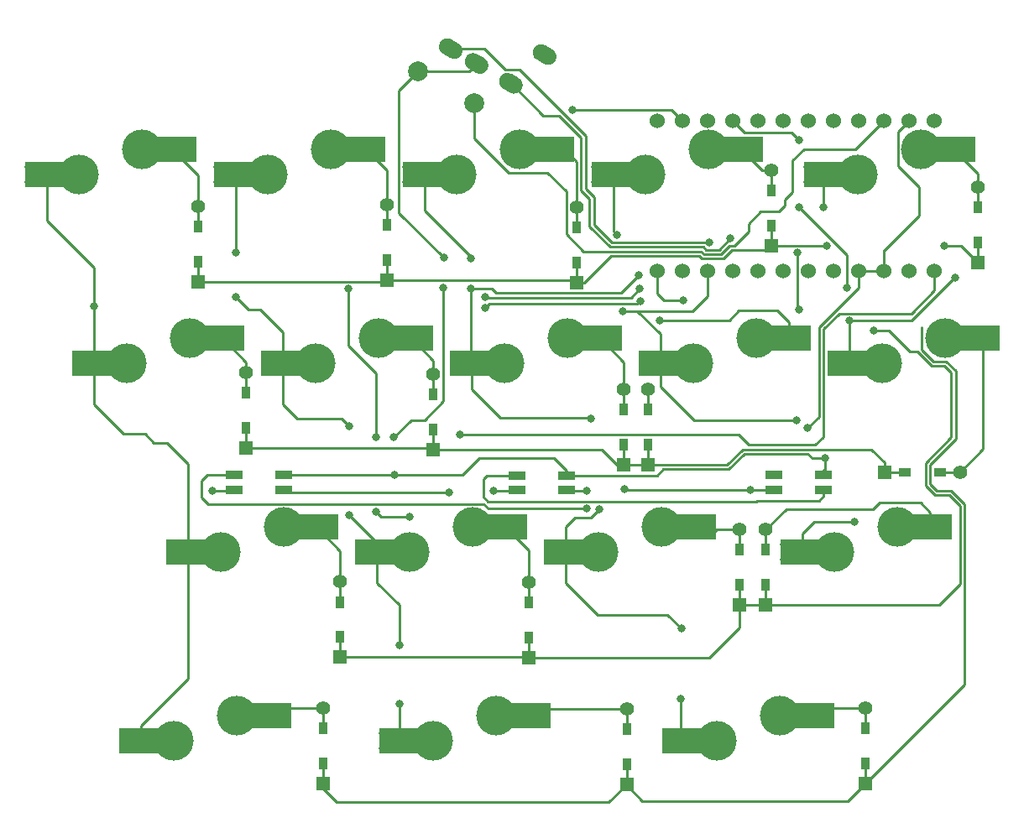
<source format=gbr>
G04 #@! TF.GenerationSoftware,KiCad,Pcbnew,(5.1.6-0-10_14)*
G04 #@! TF.CreationDate,2022-03-06T15:34:28+09:00*
G04 #@! TF.ProjectId,cool936,636f6f6c-3933-4362-9e6b-696361645f70,rev?*
G04 #@! TF.SameCoordinates,Original*
G04 #@! TF.FileFunction,Copper,L2,Bot*
G04 #@! TF.FilePolarity,Positive*
%FSLAX46Y46*%
G04 Gerber Fmt 4.6, Leading zero omitted, Abs format (unit mm)*
G04 Created by KiCad (PCBNEW (5.1.6-0-10_14)) date 2022-03-06 15:34:28*
%MOMM*%
%LPD*%
G01*
G04 APERTURE LIST*
G04 #@! TA.AperFunction,ComponentPad*
%ADD10C,1.524000*%
G04 #@! TD*
G04 #@! TA.AperFunction,Conductor*
%ADD11R,4.500000X2.500000*%
G04 #@! TD*
G04 #@! TA.AperFunction,ViaPad*
%ADD12C,0.800000*%
G04 #@! TD*
G04 #@! TA.AperFunction,ViaPad*
%ADD13C,4.000000*%
G04 #@! TD*
G04 #@! TA.AperFunction,SMDPad,CuDef*
%ADD14R,0.950000X1.300000*%
G04 #@! TD*
G04 #@! TA.AperFunction,ComponentPad*
%ADD15R,1.397000X1.397000*%
G04 #@! TD*
G04 #@! TA.AperFunction,ComponentPad*
%ADD16C,1.397000*%
G04 #@! TD*
G04 #@! TA.AperFunction,SMDPad,CuDef*
%ADD17R,1.300000X0.950000*%
G04 #@! TD*
G04 #@! TA.AperFunction,SMDPad,CuDef*
%ADD18R,1.800000X0.820000*%
G04 #@! TD*
G04 #@! TA.AperFunction,ComponentPad*
%ADD19C,2.000000*%
G04 #@! TD*
G04 #@! TA.AperFunction,Conductor*
%ADD20C,0.250000*%
G04 #@! TD*
G04 APERTURE END LIST*
D10*
X263438000Y-7201400D03*
X260898000Y-7201400D03*
X258358000Y-7201400D03*
X255818000Y-7201400D03*
X253278000Y-7201400D03*
X250738000Y-7201400D03*
X248198000Y-7201400D03*
X245658000Y-7201400D03*
X243118000Y-7201400D03*
X240578000Y-7201400D03*
X238038000Y-7201400D03*
X235498000Y-7201400D03*
X235498000Y8018600D03*
X238038000Y8018600D03*
X240578000Y8018600D03*
X243118000Y8018600D03*
X245658000Y8018600D03*
X248198000Y8018600D03*
X250738000Y8018600D03*
X253278000Y8018600D03*
X255818000Y8018600D03*
X258358000Y8018600D03*
X260898000Y8018600D03*
X263438000Y8018600D03*
D11*
X248729500Y-13970000D03*
X235802500Y-16510000D03*
D12*
X250507500Y-14732000D03*
X233997500Y-17272000D03*
X250507500Y-13208000D03*
X233997500Y-15748000D03*
D13*
X239077500Y-16510000D03*
X245427500Y-13970000D03*
D11*
X267779500Y-13970000D03*
X254852500Y-16510000D03*
D12*
X269557500Y-14732000D03*
X253047500Y-17272000D03*
X269557500Y-13208000D03*
X253047500Y-15748000D03*
D13*
X258127500Y-16510000D03*
X264477500Y-13970000D03*
D14*
X208240000Y-2515000D03*
X208240000Y-6065000D03*
D15*
X208240000Y-8100000D03*
D16*
X208240000Y-480000D03*
D14*
X227340000Y-2775000D03*
X227340000Y-6325000D03*
D15*
X227340000Y-8360000D03*
D16*
X227340000Y-740000D03*
D14*
X246980000Y985000D03*
X246980000Y-2565000D03*
D15*
X246980000Y-4600000D03*
D16*
X246980000Y3020000D03*
D14*
X189180000Y-2645000D03*
X189180000Y-6195000D03*
D15*
X189180000Y-8230000D03*
D16*
X189180000Y-610000D03*
D14*
X194010000Y-19445000D03*
X194010000Y-22995000D03*
D15*
X194010000Y-25030000D03*
D16*
X194010000Y-17410000D03*
D14*
X212880000Y-19635000D03*
X212880000Y-23185000D03*
D15*
X212880000Y-25220000D03*
D16*
X212880000Y-17600000D03*
D14*
X232080000Y-21165000D03*
X232080000Y-24715000D03*
D15*
X232080000Y-26750000D03*
D16*
X232080000Y-19130000D03*
D14*
X234570000Y-21145000D03*
X234570000Y-24695000D03*
D15*
X234570000Y-26730000D03*
D16*
X234570000Y-19110000D03*
D17*
X263965000Y-27450000D03*
X260415000Y-27450000D03*
D15*
X258380000Y-27450000D03*
D16*
X266000000Y-27450000D03*
D14*
X203500000Y-40565000D03*
X203500000Y-44115000D03*
D15*
X203500000Y-46150000D03*
D16*
X203500000Y-38530000D03*
D14*
X222500000Y-40595000D03*
X222500000Y-44145000D03*
D15*
X222500000Y-46180000D03*
D16*
X222500000Y-38560000D03*
D14*
X243780000Y-35275000D03*
X243780000Y-38825000D03*
D15*
X243780000Y-40860000D03*
D16*
X243780000Y-33240000D03*
D14*
X201760000Y-53315000D03*
X201760000Y-56865000D03*
D15*
X201760000Y-58900000D03*
D16*
X201760000Y-51280000D03*
D14*
X267830000Y-705000D03*
X267830000Y-4255000D03*
D15*
X267830000Y-6290000D03*
D16*
X267830000Y1330000D03*
D14*
X256480000Y-53300000D03*
X256480000Y-56850000D03*
D15*
X256480000Y-58885000D03*
D16*
X256480000Y-51265000D03*
D14*
X246430000Y-35275000D03*
X246430000Y-38825000D03*
D15*
X246430000Y-40860000D03*
D16*
X246430000Y-33240000D03*
D11*
X263017500Y-33020000D03*
X250090500Y-35560000D03*
D12*
X264795500Y-33782000D03*
X248285500Y-36322000D03*
X264795500Y-32258000D03*
X248285500Y-34798000D03*
D13*
X253365500Y-35560000D03*
X259715500Y-33020000D03*
D11*
X222536000Y-52070000D03*
X209609000Y-54610000D03*
D12*
X224314000Y-52832000D03*
X207804000Y-55372000D03*
X224314000Y-51308000D03*
X207804000Y-53848000D03*
D13*
X212884000Y-54610000D03*
X219234000Y-52070000D03*
G04 #@! TA.AperFunction,ComponentPad*
G36*
G01*
X224187690Y15604775D02*
X224880510Y15204775D01*
G75*
G02*
X225191632Y14043653I-425000J-736122D01*
G01*
X225191632Y14043653D01*
G75*
G02*
X224030510Y13732531I-736122J425000D01*
G01*
X223337690Y14132531D01*
G75*
G02*
X223026568Y15293653I425000J736122D01*
G01*
X223026568Y15293653D01*
G75*
G02*
X224187690Y15604775I736122J-425000D01*
G01*
G37*
G04 #@! TD.AperFunction*
G04 #@! TA.AperFunction,ComponentPad*
G36*
G01*
X220788652Y12717469D02*
X221481472Y12317469D01*
G75*
G02*
X221792594Y11156347I-425000J-736122D01*
G01*
X221792594Y11156347D01*
G75*
G02*
X220631472Y10845225I-736122J425000D01*
G01*
X219938652Y11245225D01*
G75*
G02*
X219627530Y12406347I425000J736122D01*
G01*
X219627530Y12406347D01*
G75*
G02*
X220788652Y12717469I736122J-425000D01*
G01*
G37*
G04 #@! TD.AperFunction*
G04 #@! TA.AperFunction,ComponentPad*
G36*
G01*
X217324550Y14717469D02*
X218017370Y14317469D01*
G75*
G02*
X218328492Y13156347I-425000J-736122D01*
G01*
X218328492Y13156347D01*
G75*
G02*
X217167370Y12845225I-736122J425000D01*
G01*
X216474550Y13245225D01*
G75*
G02*
X216163428Y14406347I425000J736122D01*
G01*
X216163428Y14406347D01*
G75*
G02*
X217324550Y14717469I736122J-425000D01*
G01*
G37*
G04 #@! TD.AperFunction*
G04 #@! TA.AperFunction,ComponentPad*
G36*
G01*
X214726474Y16217469D02*
X215419294Y15817469D01*
G75*
G02*
X215730416Y14656347I-425000J-736122D01*
G01*
X215730416Y14656347D01*
G75*
G02*
X214569294Y14345225I-736122J425000D01*
G01*
X213876474Y14745225D01*
G75*
G02*
X213565352Y15906347I425000J736122D01*
G01*
X213565352Y15906347D01*
G75*
G02*
X214726474Y16217469I736122J-425000D01*
G01*
G37*
G04 #@! TD.AperFunction*
D18*
X197770000Y-29230000D03*
X197770000Y-27730000D03*
X192770000Y-27730000D03*
X192770000Y-29230000D03*
X221320000Y-29290000D03*
X221320000Y-27790000D03*
X226320000Y-27790000D03*
X226320000Y-29290000D03*
X252270000Y-29230000D03*
X252270000Y-27730000D03*
X247270000Y-27730000D03*
X247270000Y-29230000D03*
D19*
X217014583Y9775000D03*
X211385417Y13025000D03*
D11*
X201104500Y-33020000D03*
X188177500Y-35560000D03*
D12*
X202882500Y-33782000D03*
X186372500Y-36322000D03*
X202882500Y-32258000D03*
X186372500Y-34798000D03*
D13*
X191452500Y-35560000D03*
X197802500Y-33020000D03*
D11*
X220154500Y-33020000D03*
X207227500Y-35560000D03*
D12*
X221932500Y-33782000D03*
X205422500Y-36322000D03*
X221932500Y-32258000D03*
X205422500Y-34798000D03*
D13*
X210502500Y-35560000D03*
X216852500Y-33020000D03*
D11*
X239204500Y-33020000D03*
X226277500Y-35560000D03*
D12*
X240982500Y-33782000D03*
X224472500Y-36322000D03*
X240982500Y-32258000D03*
X224472500Y-34798000D03*
D13*
X229552500Y-35560000D03*
X235902500Y-33020000D03*
D11*
X196342000Y-52070000D03*
X183415000Y-54610000D03*
D12*
X198120000Y-52832000D03*
X181610000Y-55372000D03*
X198120000Y-51308000D03*
X181610000Y-53848000D03*
D13*
X186690000Y-54610000D03*
X193040000Y-52070000D03*
D11*
X265397999Y5080000D03*
X252470999Y2540000D03*
D12*
X267175999Y4318000D03*
X250665999Y1778000D03*
X267175999Y5842000D03*
X250665999Y3302000D03*
D13*
X255745999Y2540000D03*
X262095999Y5080000D03*
D11*
X251110500Y-52070000D03*
X238183500Y-54610000D03*
D12*
X252888500Y-52832000D03*
X236378500Y-55372000D03*
X252888500Y-51308000D03*
X236378500Y-53848000D03*
D13*
X241458500Y-54610000D03*
X247808500Y-52070000D03*
D16*
X232390000Y-51330000D03*
D15*
X232390000Y-58950000D03*
D14*
X232390000Y-56915000D03*
X232390000Y-53365000D03*
D11*
X186817000Y5080000D03*
X173890000Y2540000D03*
D12*
X188595000Y4318000D03*
X172085000Y1778000D03*
X188595000Y5842000D03*
X172085000Y3302000D03*
D13*
X177165000Y2540000D03*
X183515000Y5080000D03*
D11*
X205867000Y5080000D03*
X192940000Y2540000D03*
D12*
X207645000Y4318000D03*
X191135000Y1778000D03*
X207645000Y5842000D03*
X191135000Y3302000D03*
D13*
X196215000Y2540000D03*
X202565000Y5080000D03*
D11*
X224917000Y5080000D03*
X211990000Y2540000D03*
D12*
X226695000Y4318000D03*
X210185000Y1778000D03*
X226695000Y5842000D03*
X210185000Y3302000D03*
D13*
X215265000Y2540000D03*
X221615000Y5080000D03*
D11*
X243967000Y5080000D03*
X231040000Y2540000D03*
D12*
X245745000Y4318000D03*
X229235000Y1778000D03*
X245745000Y5842000D03*
X229235000Y3302000D03*
D13*
X234315000Y2540000D03*
X240665000Y5080000D03*
D11*
X191579500Y-13970000D03*
X178652500Y-16510000D03*
D12*
X193357500Y-14732000D03*
X176847500Y-17272000D03*
X193357500Y-13208000D03*
X176847500Y-15748000D03*
D13*
X181927500Y-16510000D03*
X188277500Y-13970000D03*
D11*
X210629500Y-13970000D03*
X197702500Y-16510000D03*
D12*
X212407500Y-14732000D03*
X195897500Y-17272000D03*
X212407500Y-13208000D03*
X195897500Y-15748000D03*
D13*
X200977500Y-16510000D03*
X207327500Y-13970000D03*
D11*
X229679500Y-13970000D03*
X216752500Y-16510000D03*
D12*
X231457500Y-14732000D03*
X214947500Y-17272000D03*
X231457500Y-13208000D03*
X214947500Y-15748000D03*
D13*
X220027500Y-16510000D03*
X226377500Y-13970000D03*
D12*
X235760000Y-12140000D03*
X264420000Y-4600000D03*
X252550000Y-4600000D03*
X257350000Y-13210000D03*
X254570000Y-8840000D03*
X249780000Y6020000D03*
X249791501Y-768499D03*
X226890000Y9060000D03*
X204310000Y-8955000D03*
X207080000Y-23960000D03*
X210460000Y-31950000D03*
X207080000Y-31419999D03*
X250640000Y-23020000D03*
X252370000Y-26070000D03*
X213940000Y-5850000D03*
X213860000Y-8840000D03*
X208930000Y-23950000D03*
X208970000Y-27730000D03*
X242880000Y-3880000D03*
X232200000Y-29210000D03*
X218930000Y-29340000D03*
X190570000Y-29340000D03*
X244910000Y-29230000D03*
X249780000Y-11040000D03*
X249650000Y-5325000D03*
X240710000Y-4280000D03*
X215570000Y-23710000D03*
X214490000Y-29490000D03*
X228330000Y-31150010D03*
X228320000Y-29350000D03*
X233740000Y-10220000D03*
X218140000Y-10880000D03*
X178652500Y-10747500D03*
X192970000Y-9810000D03*
X192970000Y-5260000D03*
X204440000Y-22820000D03*
X204410000Y-31760000D03*
X209450000Y-50860000D03*
X233700000Y-8970000D03*
X218120000Y-9800000D03*
X209460000Y-44950000D03*
X216650000Y-5880000D03*
X228770000Y-22100000D03*
X229640000Y-31240000D03*
X237890000Y-43210000D03*
X237880000Y-50360000D03*
X216650000Y-8960000D03*
X233630000Y-7600000D03*
X231450000Y-3560000D03*
X231980000Y-11210000D03*
X255380000Y-32440000D03*
X249520000Y-22200000D03*
X238060000Y-10150000D03*
X252230000Y-710000D03*
X254830000Y-12190000D03*
X265530000Y-7840000D03*
D20*
X189180000Y-2645000D02*
X189180000Y-610000D01*
X186817000Y5080000D02*
X183515000Y5080000D01*
X189180000Y2520000D02*
X186817000Y4883000D01*
X186817000Y4883000D02*
X186817000Y5080000D01*
X189180000Y-610000D02*
X189180000Y2520000D01*
X208240000Y2960000D02*
X206120000Y5080000D01*
X208240000Y-2515000D02*
X208240000Y-480000D01*
X202565000Y5080000D02*
X205867000Y5080000D01*
X208240000Y-480000D02*
X208240000Y2960000D01*
X206120000Y5080000D02*
X205867000Y5080000D01*
X224917000Y5080000D02*
X226140000Y5080000D01*
X227340000Y-740000D02*
X227340000Y-2775000D01*
X227340000Y3880000D02*
X227340000Y-740000D01*
X226140000Y5080000D02*
X227340000Y3880000D01*
X221615000Y5080000D02*
X224917000Y5080000D01*
X243967000Y5080000D02*
X240665000Y5080000D01*
X246980000Y3020000D02*
X246027000Y3020000D01*
X246027000Y3020000D02*
X245773500Y3273500D01*
X245773500Y3273500D02*
X243967000Y5080000D01*
X245907000Y3140000D02*
X245773500Y3273500D01*
X246980000Y3020000D02*
X246980000Y985000D01*
X194010000Y-17410000D02*
X194010000Y-16400500D01*
X194010000Y-16400500D02*
X191579500Y-13970000D01*
X188277500Y-13970000D02*
X191579500Y-13970000D01*
X194010000Y-17410000D02*
X194010000Y-19445000D01*
X212880000Y-16220500D02*
X210629500Y-13970000D01*
X212880000Y-17600000D02*
X212880000Y-16220500D01*
X212880000Y-17600000D02*
X212880000Y-19635000D01*
X207327500Y-13970000D02*
X210629500Y-13970000D01*
X232080000Y-16370500D02*
X229679500Y-13970000D01*
X226377500Y-13970000D02*
X229679500Y-13970000D01*
X232080000Y-19130000D02*
X232080000Y-21165000D01*
X232080000Y-19130000D02*
X232080000Y-16370500D01*
X234570000Y-21145000D02*
X234570000Y-19110000D01*
X245427500Y-13970000D02*
X248729500Y-13970000D01*
X235760000Y-12140000D02*
X242740000Y-12140000D01*
X242740000Y-12140000D02*
X243720000Y-11160000D01*
X243720000Y-11160000D02*
X247600000Y-11160000D01*
X248729500Y-12289500D02*
X248729500Y-13970000D01*
X247600000Y-11160000D02*
X248729500Y-12289500D01*
X264477500Y-13970000D02*
X267779500Y-13970000D01*
X263965000Y-27450000D02*
X266000000Y-27450000D01*
X267779500Y-13970000D02*
X268310000Y-14500500D01*
X268310000Y-25140000D02*
X266000000Y-27450000D01*
X268310000Y-14500500D02*
X268310000Y-25140000D01*
X203500000Y-38530000D02*
X203500000Y-40565000D01*
X203500000Y-35415500D02*
X201104500Y-33020000D01*
X203500000Y-38530000D02*
X203500000Y-35415500D01*
X201104500Y-33020000D02*
X197802500Y-33020000D01*
X222500000Y-40595000D02*
X222500000Y-38560000D01*
X221170500Y-33020000D02*
X221932500Y-33782000D01*
X220154500Y-33020000D02*
X221170500Y-33020000D01*
X222500000Y-35365500D02*
X220154500Y-33020000D01*
X222500000Y-38560000D02*
X222500000Y-35365500D01*
X220154500Y-33020000D02*
X216852500Y-33020000D01*
X236122500Y-33240000D02*
X235902500Y-33020000D01*
X243780000Y-33240000D02*
X236122500Y-33240000D01*
X240220500Y-33020000D02*
X240982500Y-33782000D01*
X239204500Y-33020000D02*
X240220500Y-33020000D01*
X241524500Y-33240000D02*
X240982500Y-33782000D01*
X243780000Y-33240000D02*
X241524500Y-33240000D01*
X243780000Y-33240000D02*
X243780000Y-35275000D01*
X193040000Y-52070000D02*
X196342000Y-52070000D01*
X201732000Y-51308000D02*
X201760000Y-51280000D01*
X198120000Y-51308000D02*
X201732000Y-51308000D01*
X201760000Y-51280000D02*
X201760000Y-53315000D01*
X267830000Y-705000D02*
X267830000Y1330000D01*
X267830000Y2647999D02*
X265397999Y5080000D01*
X267830000Y1330000D02*
X267830000Y2647999D01*
X265397999Y5080000D02*
X262095999Y5080000D01*
X247808500Y-52070000D02*
X251110500Y-52070000D01*
X251872500Y-51308000D02*
X251110500Y-52070000D01*
X252888500Y-51308000D02*
X251872500Y-51308000D01*
X252931500Y-51265000D02*
X252888500Y-51308000D01*
X256480000Y-51265000D02*
X252931500Y-51265000D01*
X256480000Y-51265000D02*
X256480000Y-53300000D01*
X246430000Y-35275000D02*
X246430000Y-33240000D01*
X246430000Y-33240000D02*
X246435001Y-33234999D01*
X259715500Y-33020000D02*
X263017500Y-33020000D01*
X246430000Y-33240000D02*
X248480000Y-31190000D01*
X248480000Y-31190000D02*
X257250000Y-31190000D01*
X257250000Y-31190000D02*
X257910000Y-30530000D01*
X257910000Y-30530000D02*
X262040000Y-30530000D01*
X263017500Y-31507500D02*
X263017500Y-33020000D01*
X262040000Y-30530000D02*
X263017500Y-31507500D01*
X219234000Y-52070000D02*
X222536000Y-52070000D01*
X223552000Y-52070000D02*
X224314000Y-51308000D01*
X222536000Y-52070000D02*
X223552000Y-52070000D01*
X224336000Y-51330000D02*
X224314000Y-51308000D01*
X232390000Y-51330000D02*
X224336000Y-51330000D01*
X232390000Y-51330000D02*
X232390000Y-53365000D01*
X267830000Y-4255000D02*
X267830000Y-6290000D01*
X227340000Y-6325000D02*
X227340000Y-8360000D01*
X208240000Y-6065000D02*
X208240000Y-8100000D01*
X189180000Y-8230000D02*
X189180000Y-6195000D01*
X208110000Y-8230000D02*
X208240000Y-8100000D01*
X189180000Y-8230000D02*
X208110000Y-8230000D01*
X227080000Y-8100000D02*
X227340000Y-8360000D01*
X208240000Y-8100000D02*
X227080000Y-8100000D01*
X267810000Y-6290000D02*
X267830000Y-6290000D01*
X246980000Y-2565000D02*
X246980000Y-4600000D01*
X246980000Y-4600000D02*
X249070000Y-4600000D01*
X266140000Y-4600000D02*
X267830000Y-6290000D01*
X246980000Y-4600000D02*
X252550000Y-4600000D01*
X264420000Y-4600000D02*
X266140000Y-4600000D01*
X246524989Y-5055011D02*
X246980000Y-4600000D01*
X242127801Y-5905019D02*
X242977809Y-5055011D01*
X239989200Y-5905020D02*
X242127801Y-5905019D01*
X227340000Y-8360000D02*
X228110000Y-8360000D01*
X239719209Y-5635031D02*
X239989200Y-5905020D01*
X230820000Y-5650000D02*
X230820000Y-5635031D01*
X242977809Y-5055011D02*
X246524989Y-5055011D01*
X228110000Y-8360000D02*
X230820000Y-5650000D01*
X230820000Y-5635031D02*
X239719209Y-5635031D01*
X194010000Y-22995000D02*
X194010000Y-25030000D01*
X212880000Y-23185000D02*
X212880000Y-25220000D01*
X232080000Y-24715000D02*
X232080000Y-26750000D01*
X234570000Y-26730000D02*
X234570000Y-24695000D01*
X258380000Y-27450000D02*
X260415000Y-27450000D01*
X212690000Y-25030000D02*
X212880000Y-25220000D01*
X194010000Y-25030000D02*
X212690000Y-25030000D01*
X212880000Y-25220000D02*
X229920000Y-25220000D01*
X231450000Y-26750000D02*
X232080000Y-26750000D01*
X229920000Y-25220000D02*
X231450000Y-26750000D01*
X234550000Y-26750000D02*
X234570000Y-26730000D01*
X232080000Y-26750000D02*
X234550000Y-26750000D01*
X234570000Y-26730000D02*
X242510000Y-26730000D01*
X242510000Y-26730000D02*
X244070000Y-25170000D01*
X244070000Y-25170000D02*
X257090000Y-25170000D01*
X258380000Y-26460000D02*
X258380000Y-27450000D01*
X257090000Y-25170000D02*
X258380000Y-26460000D01*
X246430000Y-38825000D02*
X246430000Y-40860000D01*
X246430000Y-40860000D02*
X243780000Y-40860000D01*
X243780000Y-40860000D02*
X243780000Y-38825000D01*
X222500000Y-44145000D02*
X222500000Y-46180000D01*
X203500000Y-44115000D02*
X203500000Y-46150000D01*
X222470000Y-46150000D02*
X222500000Y-46180000D01*
X203500000Y-46150000D02*
X222470000Y-46150000D01*
X222500000Y-46180000D02*
X240720000Y-46180000D01*
X243780000Y-43120000D02*
X243780000Y-40860000D01*
X240720000Y-46180000D02*
X243780000Y-43120000D01*
X266039990Y-38760000D02*
X263939990Y-40860000D01*
X264933600Y-29770010D02*
X266039990Y-30876400D01*
X262539989Y-28836399D02*
X263473599Y-29770009D01*
X261702489Y-15272401D02*
X263175099Y-16745011D01*
X262539990Y-26528598D02*
X262539989Y-28836399D01*
X265129990Y-17446400D02*
X265129990Y-23938598D01*
X265129990Y-23938598D02*
X262539990Y-26528598D01*
X264428601Y-16745011D02*
X265129990Y-17446400D01*
X263939990Y-40860000D02*
X246430000Y-40860000D01*
X263473599Y-29770009D02*
X264933600Y-29770010D01*
X263175099Y-16745011D02*
X264428601Y-16745011D01*
X266039990Y-30876400D02*
X266039990Y-38760000D01*
X261702489Y-15272401D02*
X260922401Y-15272401D01*
X258860000Y-13210000D02*
X257350000Y-13210000D01*
X260922401Y-15272401D02*
X258860000Y-13210000D01*
X254570000Y-8840000D02*
X254570000Y-5546998D01*
X243118000Y8018600D02*
X244316600Y6820000D01*
X244316600Y6820000D02*
X248980000Y6820000D01*
X248980000Y6820000D02*
X249780000Y6020000D01*
X254570000Y-5546998D02*
X249791501Y-768499D01*
X263361499Y-16295001D02*
X264615001Y-16295001D01*
X265120000Y-29320000D02*
X266490000Y-30690000D01*
X266490000Y-30690000D02*
X266490000Y-48875000D01*
X201760000Y-56865000D02*
X201760000Y-58900000D01*
X232390000Y-56915000D02*
X232390000Y-58950000D01*
X256480000Y-56850000D02*
X256480000Y-58885000D01*
X201760000Y-58900000D02*
X201760000Y-59360000D01*
X201760000Y-59360000D02*
X203170000Y-60770000D01*
X230570000Y-60770000D02*
X232390000Y-58950000D01*
X203170000Y-60770000D02*
X230570000Y-60770000D01*
X232390000Y-58950000D02*
X232390000Y-59080000D01*
X232390000Y-59080000D02*
X233970000Y-60660000D01*
X254705000Y-60660000D02*
X256480000Y-58885000D01*
X233970000Y-60660000D02*
X254705000Y-60660000D01*
X266490000Y-48875000D02*
X256480000Y-58885000D01*
X262989999Y-28649999D02*
X263660000Y-29320000D01*
X262989999Y-26714999D02*
X262989999Y-28649999D01*
X265580000Y-24124998D02*
X262989999Y-26714999D01*
X265580000Y-17260000D02*
X265580000Y-24124998D01*
X263660000Y-29320000D02*
X265120000Y-29320000D01*
X264615001Y-16295001D02*
X265580000Y-17260000D01*
X262152499Y-15086001D02*
X263361499Y-16295001D01*
X262152499Y-12853999D02*
X262152499Y-15086001D01*
X226935601Y9105601D02*
X226890000Y9060000D01*
X236950999Y9105601D02*
X226935601Y9105601D01*
X238038000Y8018600D02*
X236950999Y9105601D01*
X204310000Y-8955000D02*
X204310000Y-14720000D01*
X207106401Y-23933599D02*
X207080000Y-23960000D01*
X207106401Y-17516401D02*
X207106401Y-23933599D01*
X204310000Y-14720000D02*
X207106401Y-17516401D01*
X207610001Y-31950000D02*
X207080000Y-31419999D01*
X210460000Y-31950000D02*
X207610001Y-31950000D01*
X216489613Y13025000D02*
X217245960Y13781347D01*
X211385417Y13025000D02*
X216489613Y13025000D01*
X261874900Y1295100D02*
X261874900Y-1565100D01*
X259770998Y3399002D02*
X261874900Y1295100D01*
X251799990Y-12853600D02*
X251799990Y-21860010D01*
X251799990Y-21860010D02*
X250640000Y-23020000D01*
X250640000Y-23020000D02*
X250640000Y-23020000D01*
X252370000Y-27630000D02*
X252270000Y-27730000D01*
X252370000Y-26070000D02*
X252370000Y-27630000D01*
X251104486Y-26070000D02*
X250654496Y-25620010D01*
X252370000Y-26070000D02*
X251104486Y-26070000D01*
X209414999Y-1324999D02*
X213940000Y-5850000D01*
X209414999Y11054582D02*
X209414999Y-1324999D01*
X211385417Y13025000D02*
X209414999Y11054582D01*
X213903501Y-20321501D02*
X211985002Y-22240000D01*
X213903501Y-8883501D02*
X213903501Y-20321501D01*
X213860000Y-8840000D02*
X213903501Y-8883501D01*
X210640000Y-22240000D02*
X208930000Y-23950000D01*
X211985002Y-22240000D02*
X210640000Y-22240000D01*
X208970000Y-27730000D02*
X215800000Y-27730000D01*
X197770000Y-27730000D02*
X208970000Y-27730000D01*
X215800000Y-27730000D02*
X217500000Y-26030000D01*
X226320000Y-27295514D02*
X226320000Y-27790000D01*
X225054486Y-26030000D02*
X226320000Y-27295514D01*
X217500000Y-26030000D02*
X225054486Y-26030000D01*
X236101992Y-27180010D02*
X242696401Y-27180009D01*
X235492002Y-27790000D02*
X236101992Y-27180010D01*
X226320000Y-27790000D02*
X235492002Y-27790000D01*
X242696401Y-27180009D02*
X244256400Y-25620010D01*
X252270000Y-27235514D02*
X252270000Y-27730000D01*
X244256400Y-25620010D02*
X250654496Y-25620010D01*
X258358000Y-5082000D02*
X258730000Y-4710000D01*
X258358000Y-7201400D02*
X258358000Y-5082000D01*
X258730000Y-4710000D02*
X258398000Y-5042000D01*
X261874900Y-1565100D02*
X258730000Y-4710000D01*
X255818000Y-7201400D02*
X258358000Y-7201400D01*
X255818000Y-7201400D02*
X255818000Y-8835590D01*
X255581795Y-9071795D02*
X251799990Y-12853600D01*
X255818000Y-8835590D02*
X255581795Y-9071795D01*
X259770998Y6891598D02*
X259770998Y6300998D01*
X260898000Y8018600D02*
X259770998Y6891598D01*
X259770998Y6300998D02*
X259770998Y3399002D01*
X259770998Y6531598D02*
X259770998Y6300998D01*
X232220000Y-29230000D02*
X232200000Y-29210000D01*
X247270000Y-29230000D02*
X244910000Y-29230000D01*
X221270000Y-29340000D02*
X221320000Y-29290000D01*
X218930000Y-29340000D02*
X221270000Y-29340000D01*
X192660000Y-29340000D02*
X192770000Y-29230000D01*
X190570000Y-29340000D02*
X192660000Y-29340000D01*
X244910000Y-29230000D02*
X232220000Y-29230000D01*
X249650000Y-10910000D02*
X249650000Y-5325000D01*
X249780000Y-11040000D02*
X249650000Y-10910000D01*
X228639990Y93640D02*
X228639991Y-2659991D01*
X240361999Y-5005001D02*
X241754999Y-5005001D01*
X230715011Y-4735011D02*
X240092009Y-4735011D01*
X220710062Y11781347D02*
X223981409Y8510000D01*
X227790011Y943619D02*
X228639990Y93640D01*
X241754999Y-5005001D02*
X242880000Y-3880000D01*
X225572002Y8510000D02*
X227790010Y6291992D01*
X240092009Y-4735011D02*
X240361999Y-5005001D01*
X223981409Y8510000D02*
X225572002Y8510000D01*
X228639991Y-2659991D02*
X230715011Y-4735011D01*
X227790010Y6291992D02*
X227790011Y943619D01*
X229090000Y280040D02*
X229090000Y-2473590D01*
X228240020Y1130020D02*
X229090000Y280040D01*
X229090000Y-2473590D02*
X230901411Y-4285001D01*
X228240020Y6478392D02*
X228240020Y1130020D01*
X221562055Y13156357D02*
X228240020Y6478392D01*
X220175857Y13156357D02*
X221562055Y13156357D01*
X218050867Y15281347D02*
X220175857Y13156357D01*
X240704999Y-4285001D02*
X240710000Y-4280000D01*
X230901411Y-4285001D02*
X240704999Y-4285001D01*
X214647884Y15281347D02*
X218050867Y15281347D01*
X252250000Y-20740000D02*
X252250000Y-20890000D01*
X214490000Y-29490000D02*
X197515010Y-29490000D01*
X197770000Y-29235010D02*
X197770000Y-29230000D01*
X197515010Y-29490000D02*
X197770000Y-29235010D01*
X252250000Y-22100000D02*
X252250000Y-20740000D01*
X243720000Y-23710000D02*
X244729990Y-24719990D01*
X251430010Y-24719990D02*
X252250000Y-23900000D01*
X215570000Y-23710000D02*
X243720000Y-23710000D01*
X252250000Y-23900000D02*
X252250000Y-22100000D01*
X244729990Y-24719990D02*
X251430010Y-24719990D01*
X261125001Y-11464999D02*
X263438000Y-9152000D01*
X253825001Y-11464999D02*
X261125001Y-11464999D01*
X263438000Y-9152000D02*
X263438000Y-7201400D01*
X252250000Y-13040000D02*
X253825001Y-11464999D01*
X252250000Y-20740000D02*
X252250000Y-13040000D01*
X192770000Y-27730000D02*
X190110000Y-27730000D01*
X190110000Y-27730000D02*
X189540000Y-28300000D01*
X189540000Y-28300000D02*
X189540000Y-30020000D01*
X190214999Y-30694999D02*
X217968501Y-30694999D01*
X218423512Y-31150010D02*
X228330000Y-31150010D01*
X217968501Y-30694999D02*
X218423512Y-31150010D01*
X189540000Y-30020000D02*
X190214999Y-30694999D01*
X226380000Y-29350000D02*
X226320000Y-29290000D01*
X228320000Y-29350000D02*
X226380000Y-29350000D01*
X217920000Y-28130000D02*
X218260000Y-27790000D01*
X251794990Y-30365010D02*
X245535010Y-30365010D01*
X252270000Y-29890000D02*
X251794990Y-30365010D01*
X252270000Y-29230000D02*
X252270000Y-29890000D01*
X245475010Y-30425010D02*
X218365010Y-30425010D01*
X245535010Y-30365010D02*
X245475010Y-30425010D01*
X218365010Y-30425010D02*
X217920000Y-29980000D01*
X217920000Y-29980000D02*
X217920000Y-28130000D01*
X218260000Y-27790000D02*
X221320000Y-27790000D01*
X183415000Y-54610000D02*
X186690000Y-54610000D01*
X182372000Y-54610000D02*
X181610000Y-53848000D01*
X183415000Y-54610000D02*
X182372000Y-54610000D01*
X191452500Y-35560000D02*
X188177500Y-35560000D01*
X181927500Y-16510000D02*
X178652500Y-16510000D01*
X177165000Y2540000D02*
X172250010Y2540000D01*
X172250010Y2540000D02*
X173890000Y2540000D01*
X173890000Y2540000D02*
X173890000Y-2080000D01*
X173890000Y-2080000D02*
X178652500Y-6842500D01*
X178652500Y-16510000D02*
X178652500Y-20662500D01*
X178652500Y-20662500D02*
X181620000Y-23630000D01*
X183805699Y-23630000D02*
X184675699Y-24500000D01*
X181620000Y-23630000D02*
X183805699Y-23630000D01*
X184675699Y-24500000D02*
X186010000Y-24500000D01*
X188177500Y-26667500D02*
X188177500Y-35560000D01*
X186010000Y-24500000D02*
X188177500Y-26667500D01*
X188177500Y-35560000D02*
X188177500Y-48272500D01*
X183415000Y-53035000D02*
X183415000Y-54610000D01*
X188177500Y-48272500D02*
X183415000Y-53035000D01*
X218535001Y-10484999D02*
X218140000Y-10880000D01*
X233475001Y-10484999D02*
X218535001Y-10484999D01*
X233740000Y-10220000D02*
X233475001Y-10484999D01*
X178652500Y-10747500D02*
X178652500Y-16510000D01*
X178652500Y-6842500D02*
X178652500Y-10747500D01*
X192970000Y-9810000D02*
X194200000Y-11040000D01*
X195690000Y-11340000D02*
X197702500Y-13352500D01*
X195390000Y-11040000D02*
X195690000Y-11340000D01*
X194200000Y-11040000D02*
X195390000Y-11040000D01*
X195510000Y-11160000D02*
X195690000Y-11340000D01*
X209609000Y-54610000D02*
X212884000Y-54610000D01*
X210502500Y-35560000D02*
X207227500Y-35560000D01*
X197702500Y-16510000D02*
X200977500Y-16510000D01*
X196215000Y2540000D02*
X192940000Y2540000D01*
X192940000Y-5230000D02*
X192970000Y-5260000D01*
X192940000Y2540000D02*
X192940000Y-5230000D01*
X197702500Y-13352500D02*
X197702500Y-16510000D01*
X197702500Y-16510000D02*
X197702500Y-20602500D01*
X197702500Y-20602500D02*
X199160000Y-22060000D01*
X203680000Y-22060000D02*
X204440000Y-22820000D01*
X199160000Y-22060000D02*
X203680000Y-22060000D01*
X207227500Y-34577500D02*
X207227500Y-35560000D01*
X204410000Y-31760000D02*
X207227500Y-34577500D01*
X207227500Y-35560000D02*
X207227500Y-38627500D01*
X207227500Y-38627500D02*
X209450000Y-40850000D01*
X209450000Y-54451000D02*
X209609000Y-54610000D01*
X209450000Y-50860000D02*
X209450000Y-54451000D01*
X233700000Y-8970000D02*
X232836489Y-9833511D01*
X218153511Y-9833511D02*
X218120000Y-9800000D01*
X232836489Y-9833511D02*
X218153511Y-9833511D01*
X209450000Y-41840000D02*
X209450000Y-42140000D01*
X209460000Y-41850000D02*
X209450000Y-41840000D01*
X209460000Y-44950000D02*
X209460000Y-41850000D01*
X209450000Y-40850000D02*
X209450000Y-41840000D01*
X238183500Y-54610000D02*
X241458500Y-54610000D01*
X229552500Y-35560000D02*
X226277500Y-35560000D01*
X216752500Y-16510000D02*
X220027500Y-16510000D01*
X215265000Y2540000D02*
X211990000Y2540000D01*
X211990000Y2540000D02*
X211990000Y-1050000D01*
X216650000Y-5710000D02*
X216650000Y-5880000D01*
X211990000Y-1050000D02*
X216650000Y-5710000D01*
X216752500Y-16510000D02*
X216752500Y-19132500D01*
X216752500Y-19132500D02*
X219640000Y-22020000D01*
X228690000Y-22020000D02*
X228770000Y-22100000D01*
X219640000Y-22020000D02*
X228690000Y-22020000D01*
X229640000Y-31240000D02*
X228800000Y-32080000D01*
X228800000Y-32080000D02*
X227200000Y-32080000D01*
X226277500Y-33002500D02*
X226277500Y-35560000D01*
X227200000Y-32080000D02*
X226277500Y-33002500D01*
X226277500Y-35560000D02*
X226277500Y-38687500D01*
X226277500Y-38687500D02*
X229430000Y-41840000D01*
X236520000Y-41840000D02*
X237890000Y-43210000D01*
X229430000Y-41840000D02*
X236520000Y-41840000D01*
X237880000Y-54306500D02*
X238183500Y-54610000D01*
X237880000Y-50360000D02*
X237880000Y-54306500D01*
X231846499Y-9383501D02*
X219196499Y-9383501D01*
X233630000Y-7600000D02*
X231846499Y-9383501D01*
X218772998Y-8960000D02*
X216650000Y-8960000D01*
X219196499Y-9383501D02*
X218772998Y-8960000D01*
X216640000Y-8970000D02*
X216650000Y-8960000D01*
X216640000Y-16397500D02*
X216640000Y-8970000D01*
X216752500Y-16510000D02*
X216640000Y-16397500D01*
X253365500Y-35560000D02*
X250090500Y-35560000D01*
X235802500Y-16510000D02*
X239077500Y-16510000D01*
X234315000Y2540000D02*
X231040000Y2540000D01*
X231040000Y-3150000D02*
X231450000Y-3560000D01*
X231040000Y2540000D02*
X231040000Y-3150000D01*
X235802500Y-13542500D02*
X235802500Y-16510000D01*
X233470000Y-11210000D02*
X235802500Y-13542500D01*
X233110000Y-11210000D02*
X233470000Y-11210000D01*
X239030000Y-11210000D02*
X233110000Y-11210000D01*
X231980000Y-11210000D02*
X233110000Y-11210000D01*
X235802500Y-18821002D02*
X237521498Y-20540000D01*
X235802500Y-16510000D02*
X235802500Y-18821002D01*
X250090500Y-35560000D02*
X250090500Y-33639500D01*
X251290000Y-32440000D02*
X255380000Y-32440000D01*
X250090500Y-33639500D02*
X251290000Y-32440000D01*
X239161498Y-22180000D02*
X239161498Y-22180000D01*
X249520000Y-22200000D02*
X239181498Y-22200000D01*
X239181498Y-22200000D02*
X238875749Y-21894251D01*
X238875749Y-21894251D02*
X239161498Y-22180000D01*
X237521498Y-20540000D02*
X238875749Y-21894251D01*
X240578000Y-9662000D02*
X240350000Y-9890000D01*
X240578000Y-7201400D02*
X240578000Y-9662000D01*
X240350000Y-9890000D02*
X239030000Y-11210000D01*
X254852500Y-16510000D02*
X258127500Y-16510000D01*
X255745999Y2540000D02*
X252470999Y2540000D01*
X238078000Y-10132000D02*
X238060000Y-10150000D01*
X252230000Y2299001D02*
X252470999Y2540000D01*
X252230000Y-710000D02*
X252230000Y2299001D01*
X254852500Y-12212500D02*
X254830000Y-12190000D01*
X254852500Y-16510000D02*
X254852500Y-12212500D01*
X235498000Y-7201400D02*
X235498000Y-9468000D01*
X236180000Y-10150000D02*
X238060000Y-10150000D01*
X235498000Y-9468000D02*
X236180000Y-10150000D01*
X254830000Y-12190000D02*
X261120000Y-12190000D01*
X265470000Y-7840000D02*
X265530000Y-7840000D01*
X261120000Y-12190000D02*
X265470000Y-7840000D01*
X250290000Y5140000D02*
X249140000Y3990000D01*
X243228001Y-4605001D02*
X244660000Y-3173002D01*
X241941400Y-5455010D02*
X242791409Y-4605001D01*
X217014583Y9775000D02*
X217014583Y6239415D01*
X240175599Y-5455011D02*
X241941400Y-5455010D01*
X239905609Y-5185021D02*
X240175599Y-5455011D01*
X228040019Y-5185021D02*
X239905609Y-5185021D01*
X242791409Y-4605001D02*
X243228001Y-4605001D01*
X226316499Y-3461501D02*
X228040019Y-5185021D01*
X224418492Y2754999D02*
X226316499Y856992D01*
X220498999Y2754999D02*
X224418492Y2754999D01*
X217014583Y6239415D02*
X220498999Y2754999D01*
X226316499Y856992D02*
X226316499Y-3461501D01*
X249140000Y1130000D02*
X249140000Y800000D01*
X249140000Y3990000D02*
X249140000Y1130000D01*
X249140000Y800000D02*
X248380000Y40000D01*
X248380000Y40000D02*
X248380000Y-560000D01*
X248380000Y-560000D02*
X247770000Y-1170000D01*
X247770000Y-1170000D02*
X245900000Y-1170000D01*
X245900000Y-1170000D02*
X244660000Y-2410000D01*
X244660000Y-2410000D02*
X244660000Y-2930000D01*
X244660000Y-2930000D02*
X244660000Y-2400000D01*
X244660000Y-3173002D02*
X244660000Y-2930000D01*
X255479400Y5140000D02*
X255260000Y5140000D01*
X258358000Y8018600D02*
X255479400Y5140000D01*
X255260000Y5140000D02*
X250290000Y5140000D01*
M02*

</source>
